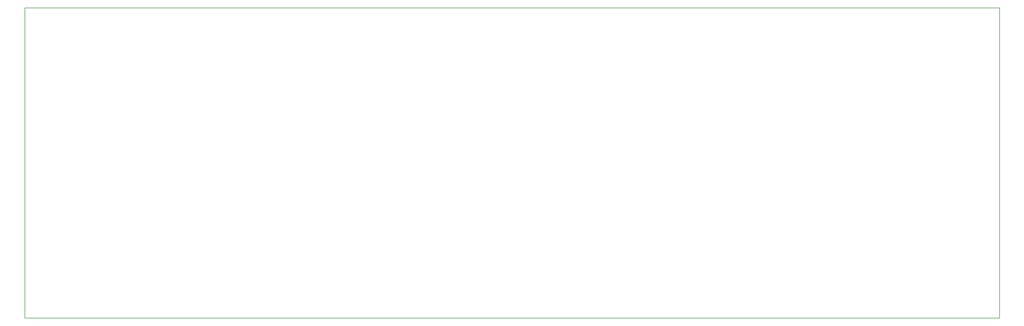
<source format=gbr>
%TF.GenerationSoftware,KiCad,Pcbnew,7.0.9*%
%TF.CreationDate,2023-12-01T11:37:00-08:00*%
%TF.ProjectId,gameshow_v4,67616d65-7368-46f7-975f-76342e6b6963,rev?*%
%TF.SameCoordinates,Original*%
%TF.FileFunction,Profile,NP*%
%FSLAX46Y46*%
G04 Gerber Fmt 4.6, Leading zero omitted, Abs format (unit mm)*
G04 Created by KiCad (PCBNEW 7.0.9) date 2023-12-01 11:37:00*
%MOMM*%
%LPD*%
G01*
G04 APERTURE LIST*
%TA.AperFunction,Profile*%
%ADD10C,0.100000*%
%TD*%
G04 APERTURE END LIST*
D10*
X69596000Y-53848000D02*
X230378000Y-53848000D01*
X230378000Y-105156000D01*
X69596000Y-105156000D01*
X69596000Y-53848000D01*
M02*

</source>
